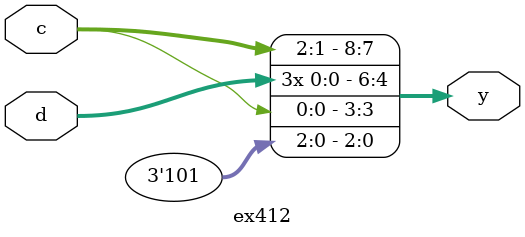
<source format=sv>
module ex412(input  logic [2:0] c, d,
             output logic [8:0] y);
    assign y = {c[2:1], {3{d[0]}}, c[0], 3'b101};
endmodule

</source>
